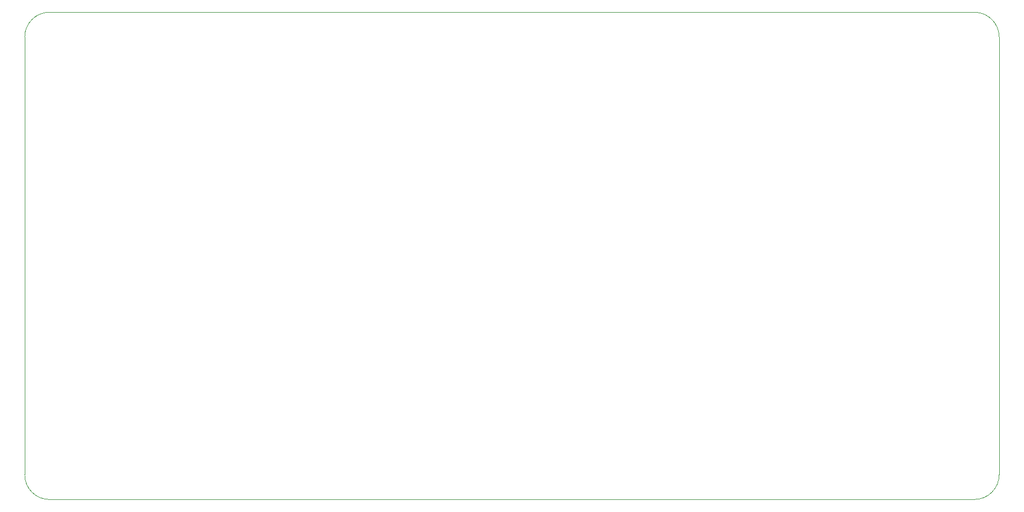
<source format=gbr>
%TF.GenerationSoftware,KiCad,Pcbnew,8.0.6*%
%TF.CreationDate,2025-06-27T07:10:50+02:00*%
%TF.ProjectId,6502,36353032-2e6b-4696-9361-645f70636258,1*%
%TF.SameCoordinates,Original*%
%TF.FileFunction,Profile,NP*%
%FSLAX46Y46*%
G04 Gerber Fmt 4.6, Leading zero omitted, Abs format (unit mm)*
G04 Created by KiCad (PCBNEW 8.0.6) date 2025-06-27 07:10:50*
%MOMM*%
%LPD*%
G01*
G04 APERTURE LIST*
%TA.AperFunction,Profile*%
%ADD10C,0.100000*%
%TD*%
%TA.AperFunction,Profile*%
%ADD11C,0.050000*%
%TD*%
G04 APERTURE END LIST*
D10*
X76045923Y-130655923D02*
X205585923Y-130655923D01*
X222095923Y-126845923D02*
X222095923Y-59535923D01*
D11*
X218285923Y-130655923D02*
X205585923Y-130655923D01*
X72235923Y-59535924D02*
G75*
G02*
X76045923Y-55725923I3809977J24D01*
G01*
D10*
X205585923Y-55725923D02*
X76045923Y-55725923D01*
D11*
X218285923Y-55725923D02*
G75*
G02*
X222095877Y-59535923I-23J-3809977D01*
G01*
X205585923Y-55725923D02*
X218285923Y-55725923D01*
D10*
X72235923Y-59535924D02*
X72235923Y-126845923D01*
D11*
X222095923Y-126845923D02*
G75*
G02*
X218285923Y-130655923I-3810023J23D01*
G01*
X76045923Y-130655923D02*
G75*
G02*
X72235877Y-126845923I-23J3810023D01*
G01*
M02*

</source>
